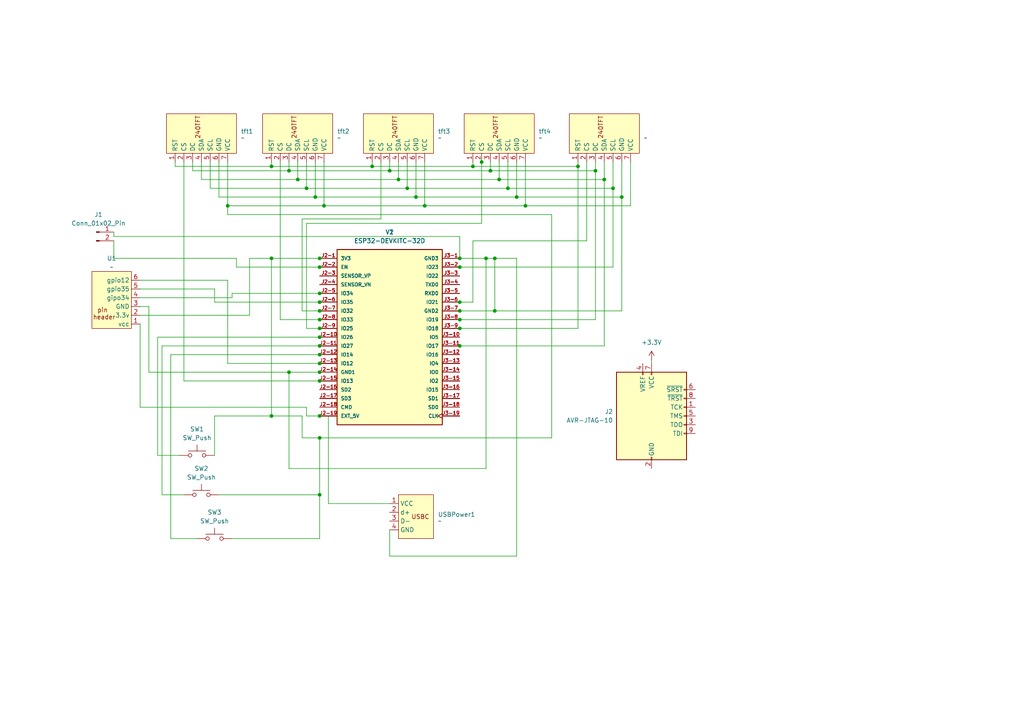
<source format=kicad_sch>
(kicad_sch (version 20231120) (generator "eeschema") (generator_version "8.0")
  (paper "A4")
  (lib_symbols
    (symbol "Connector:AVR-JTAG-10" (pin_names (offset 1.016))
      (property "Reference" "J" (at -8.89 13.97 0))
      (property "Value" "AVR-JTAG-10" (at 1.27 13.97 0))
      (symbol "AVR-JTAG-10_0_1"
        (rectangle (start -2.667 12.7) (end -2.413 11.938))
        (rectangle (start -0.127 -11.938) (end 0.127 -12.7))
        (rectangle (start -0.127 12.7) (end 0.127 11.938))
        (rectangle (start 10.16 -4.953) (end 9.398 -5.207))
        (rectangle (start 10.16 -2.413) (end 9.398 -2.667))
        (rectangle (start 10.16 0.127) (end 9.398 -0.127))
        (rectangle (start 10.16 2.667) (end 9.398 2.413))
        (rectangle (start 10.16 5.207) (end 9.398 4.953))
        (rectangle (start 10.16 7.747) (end 9.398 7.493))
        (rectangle (start 10.16 12.7) (end -10.16 -12.7) (stroke (width 0.254)) (fill (type background)))
      )
      (symbol "AVR-JTAG-10_1_1"
        (pin passive line (at 12.7 2.54 180) (length 2.54) (name "TCK") (number "1"))
        (pin passive line (at 0 -15.24 90) (length 2.54) hide (name "GND") (number "10"))
        (pin passive line (at 0 -15.24 90) (length 2.54) (name "GND") (number "2"))
        (pin passive line (at 12.7 -2.54 180) (length 2.54) (name "TDO") (number "3"))
        (pin passive line (at -2.54 15.24 270) (length 2.54) (name "VREF") (number "4"))
        (pin passive line (at 12.7 0 180) (length 2.54) (name "TMS") (number "5"))
        (pin passive line (at 12.7 7.62 180) (length 2.54) (name "~{SRST}") (number "6"))
        (pin passive line (at 0 15.24 270) (length 2.54) (name "VCC") (number "7"))
        (pin passive line (at 12.7 5.08 180) (length 2.54) (name "~{TRST}") (number "8"))
        (pin passive line (at 12.7 -5.08 180) (length 2.54) (name "TDI") (number "9"))
      )
    )
    (symbol "Connector:Conn_01x02_Pin" (pin_names (offset 1.016) hide)
      (property "Reference" "J" (at 0 2.54 0))
      (property "Value" "Conn_01x02_Pin" (at 0 -5.08 0))
      (symbol "Conn_01x02_Pin_1_1"
        (polyline (pts (xy 1.27 -2.54) (xy 0.8636 -2.54)) (stroke (width 0.1524)))
        (polyline (pts (xy 1.27 0) (xy 0.8636 0)) (stroke (width 0.1524)))
        (rectangle (start 0.8636 -2.413) (end 0 -2.667) (stroke (width 0.1524)) (fill (type outline)))
        (rectangle (start 0.8636 0.127) (end 0 -0.127) (stroke (width 0.1524)) (fill (type outline)))
        (pin passive line (at 5.08 0 180) (length 3.81) (name "Pin_1") (number "1"))
        (pin passive line (at 5.08 -2.54 180) (length 3.81) (name "Pin_2") (number "2"))
      )
    )
    (symbol "Custom Symbol Lib Orbs:240x240_TFT"
      (property "Reference" "240tft" (at 0 0 0))
      (symbol "240x240_TFT_1_1"
        (rectangle (start 2.54 0) (end 13.97 -20.32) (fill (type background)))
        (text "240TFT\n" (at 10.16 -9.144 0) (effects (font (size 1.27 1.27))))
        (pin bidirectional line (at 0 -2.54 0) (length 2.54) (name "RST") (number "1"))
        (pin bidirectional line (at 0 -5.08 0) (length 2.54) (name "CS") (number "2"))
        (pin bidirectional line (at 0 -7.62 0) (length 2.54) (name "DC") (number "3"))
        (pin bidirectional line (at 0 -10.16 0) (length 2.54) (name "SDA") (number "4"))
        (pin bidirectional line (at 0 -12.7 0) (length 2.54) (name "SCL") (number "5"))
        (pin power_in line (at 0 -15.24 0) (length 2.54) (name "GND") (number "6"))
        (pin power_in line (at 0 -17.78 0) (length 2.54) (name "VCC") (number "7"))
      )
    )
    (symbol "Custom Symbol Lib Orbs:GPIO Breakout"
      (property "Reference" "U" (at 0 0 0))
      (symbol "GPIO Breakout_1_1"
        (rectangle (start 2.54 2.54) (end 13.97 -13.97) (fill (type background)))
        (text "pin \nheader\n" (at 10.414 -1.778 0) (effects (font (size 1.27 1.27))))
        (pin power_in line (at 0 1.27 0) (length 2.54) (name "vcc") (number "1"))
        (pin power_in line (at 0 -1.27 0) (length 2.54) (name "3.3v") (number "2"))
        (pin power_in line (at 0 -3.81 0) (length 2.54) (name "GND") (number "3"))
        (pin bidirectional line (at 0 -6.35 0) (length 2.54) (name "gipo34") (number "4"))
        (pin bidirectional line (at 0 -8.89 0) (length 2.54) (name "gpio35") (number "5"))
        (pin bidirectional line (at 0 -11.43 0) (length 2.54) (name "gpio12") (number "6"))
      )
    )
    (symbol "Custom Symbol Lib Orbs:USB_BreadBoard"
      (property "Reference" "USBPower" (at 0 0 0))
      (symbol "USB_BreadBoard_1_1"
        (rectangle (start 1.27 -1.27) (end 11.43 -13.97) (fill (type background)))
        (text "USBC" (at 7.62 -7.62 0) (effects (font (size 1.27 1.27))))
        (pin power_in line (at -1.27 -3.81 0) (length 2.54) (name "VCC") (number "1"))
        (pin bidirectional line (at -1.27 -6.35 0) (length 2.54) (name "d+") (number "2"))
        (pin bidirectional line (at -1.27 -8.89 0) (length 2.54) (name "D-") (number "3"))
        (pin power_in line (at -1.27 -11.43 0) (length 2.54) (name "GND") (number "4"))
      )
    )
    (symbol "ESP32-DEVKITC-32D:ESP32-DEVKITC-32D" (pin_names (offset 1.016))
      (property "Reference" "38pin ESP 32 Dev Board" (at -15.2572 26.0643 0))
      (property "Value" "ESP32-DEVKITC-32D" (at -15.2563 -27.9698 0))
      (symbol "ESP32-DEVKITC-32D_0_0"
        (rectangle (start -15.24 -25.4) (end 15.24 25.4) (stroke (width 0.254)) (fill (type background)))
        (pin power_in line (at -20.32 22.86 0) (length 5.08) (name "3V3") (number "J2-1"))
        (pin bidirectional line (at -20.32 0 0) (length 5.08) (name "IO26") (number "J2-10"))
        (pin bidirectional line (at -20.32 -2.54 0) (length 5.08) (name "IO27") (number "J2-11"))
        (pin bidirectional line (at -20.32 -5.08 0) (length 5.08) (name "IO14") (number "J2-12"))
        (pin bidirectional line (at -20.32 -7.62 0) (length 5.08) (name "IO12") (number "J2-13"))
        (pin power_in line (at -20.32 -10.16 0) (length 5.08) (name "GND1") (number "J2-14"))
        (pin bidirectional line (at -20.32 -12.7 0) (length 5.08) (name "IO13") (number "J2-15"))
        (pin bidirectional line (at -20.32 -15.24 0) (length 5.08) (name "SD2") (number "J2-16"))
        (pin bidirectional line (at -20.32 -17.78 0) (length 5.08) (name "SD3") (number "J2-17"))
        (pin bidirectional line (at -20.32 -20.32 0) (length 5.08) (name "CMD") (number "J2-18"))
        (pin power_in line (at -20.32 -22.86 0) (length 5.08) (name "EXT_5V") (number "J2-19"))
        (pin input line (at -20.32 20.32 0) (length 5.08) (name "EN") (number "J2-2"))
        (pin input line (at -20.32 17.78 0) (length 5.08) (name "SENSOR_VP") (number "J2-3"))
        (pin input line (at -20.32 15.24 0) (length 5.08) (name "SENSOR_VN") (number "J2-4"))
        (pin bidirectional line (at -20.32 12.7 0) (length 5.08) (name "IO34") (number "J2-5"))
        (pin bidirectional line (at -20.32 10.16 0) (length 5.08) (name "IO35") (number "J2-6"))
        (pin bidirectional line (at -20.32 7.62 0) (length 5.08) (name "IO32") (number "J2-7"))
        (pin bidirectional line (at -20.32 5.08 0) (length 5.08) (name "IO33") (number "J2-8"))
        (pin bidirectional line (at -20.32 2.54 0) (length 5.08) (name "IO25") (number "J2-9"))
        (pin power_in line (at 20.32 22.86 180) (length 5.08) (name "GND3") (number "J3-1"))
        (pin bidirectional line (at 20.32 0 180) (length 5.08) (name "IO5") (number "J3-10"))
        (pin bidirectional line (at 20.32 -2.54 180) (length 5.08) (name "IO17") (number "J3-11"))
        (pin bidirectional line (at 20.32 -5.08 180) (length 5.08) (name "IO16") (number "J3-12"))
        (pin bidirectional line (at 20.32 -7.62 180) (length 5.08) (name "IO4") (number "J3-13"))
        (pin bidirectional line (at 20.32 -10.16 180) (length 5.08) (name "IO0") (number "J3-14"))
        (pin bidirectional line (at 20.32 -12.7 180) (length 5.08) (name "IO2") (number "J3-15"))
        (pin bidirectional line (at 20.32 -15.24 180) (length 5.08) (name "IO15") (number "J3-16"))
        (pin bidirectional line (at 20.32 -17.78 180) (length 5.08) (name "SD1") (number "J3-17"))
        (pin bidirectional line (at 20.32 -20.32 180) (length 5.08) (name "SD0") (number "J3-18"))
        (pin input clock (at 20.32 -22.86 180) (length 5.08) (name "CLK") (number "J3-19"))
        (pin bidirectional line (at 20.32 20.32 180) (length 5.08) (name "IO23") (number "J3-2"))
        (pin bidirectional line (at 20.32 17.78 180) (length 5.08) (name "IO22") (number "J3-3"))
        (pin output line (at 20.32 15.24 180) (length 5.08) (name "TXD0") (number "J3-4"))
        (pin input line (at 20.32 12.7 180) (length 5.08) (name "RXD0") (number "J3-5"))
        (pin bidirectional line (at 20.32 10.16 180) (length 5.08) (name "IO21") (number "J3-6"))
        (pin power_in line (at 20.32 7.62 180) (length 5.08) (name "GND2") (number "J3-7"))
        (pin bidirectional line (at 20.32 5.08 180) (length 5.08) (name "IO19") (number "J3-8"))
        (pin bidirectional line (at 20.32 2.54 180) (length 5.08) (name "IO18") (number "J3-9"))
      )
    )
    (symbol "Switch:SW_Push" (pin_numbers hide) (pin_names (offset 1.016) hide)
      (property "Reference" "SW" (at 1.27 2.54 0))
      (property "Value" "SW_Push" (at 0 -1.524 0))
      (symbol "SW_Push_0_1"
        (circle (center -2.032 0) (radius 0.508))
        (polyline (pts (xy 0 1.27) (xy 0 3.048)))
        (polyline (pts (xy 2.54 1.27) (xy -2.54 1.27)))
        (circle (center 2.032 0) (radius 0.508))
        (pin passive line (at -5.08 0 0) (length 2.54) (name "1") (number "1"))
        (pin passive line (at 5.08 0 180) (length 2.54) (name "2") (number "2"))
      )
    )
    (symbol "power:+3.3V" (power) (pin_numbers hide) (pin_names (offset 0) hide)
      (property "Value" "+3.3V" (at 0 3.556 0))
      (symbol "+3.3V_0_1"
        (polyline (pts (xy -0.762 1.27) (xy 0 2.54)))
        (polyline (pts (xy 0 0) (xy 0 2.54)))
        (polyline (pts (xy 0 2.54) (xy 0.762 1.27)))
      )
      (symbol "+3.3V_1_1"
        (pin power_in line (at 0 0 90) (length 0) (name "~") (number "1"))
      )
    )
  )
  (junction (at 92.71 85.09))
  (junction (at 92.71 120.65))
  (junction (at 78.74 48.26))
  (junction (at 83.82 107.95))
  (junction (at 143.51 74.93))
  (junction (at 120.65 57.15))
  (junction (at 115.57 52.07))
  (junction (at 93.98 59.69))
  (junction (at 92.71 95.25))
  (junction (at 91.44 57.15))
  (junction (at 123.19 59.69))
  (junction (at 133.35 77.47))
  (junction (at 66.04 59.69))
  (junction (at 167.64 48.26))
  (junction (at 175.26 52.07))
  (junction (at 133.35 87.63))
  (junction (at 92.71 90.17))
  (junction (at 88.9 54.61))
  (junction (at 92.71 87.63))
  (junction (at 92.71 97.79))
  (junction (at 149.86 57.15))
  (junction (at 92.71 107.95))
  (junction (at 137.16 48.26))
  (junction (at 92.71 74.93))
  (junction (at 78.74 120.65))
  (junction (at 147.32 54.61))
  (junction (at 92.71 105.41))
  (junction (at 133.35 92.71))
  (junction (at 92.71 102.87))
  (junction (at 92.71 127))
  (junction (at 78.74 74.93))
  (junction (at 139.7 46.99))
  (junction (at 133.35 100.33))
  (junction (at 92.71 143.51))
  (junction (at 92.71 110.49))
  (junction (at 92.71 100.33))
  (junction (at 152.4 59.69))
  (junction (at 133.35 74.93))
  (junction (at 107.95 48.26))
  (junction (at 144.78 52.07))
  (junction (at 180.34 57.15))
  (junction (at 92.71 92.71))
  (junction (at 133.35 90.17))
  (junction (at 86.36 52.07))
  (junction (at 172.72 49.53))
  (junction (at 118.11 54.61))
  (junction (at 143.51 90.17))
  (junction (at 177.8 54.61))
  (junction (at 113.03 49.53))
  (junction (at 83.82 49.53))
  (junction (at 142.24 49.53))
  (junction (at 133.35 95.25))
  (junction (at 92.71 77.47))
  (junction (at 140.97 74.93))
  (wire (pts (xy 40.64 91.44) (xy 72.39 91.44)))
  (wire (pts (xy 118.11 54.61) (xy 88.9 54.61)))
  (wire (pts (xy 113.03 153.67) (xy 113.03 161.29)))
  (wire (pts (xy 175.26 52.07) (xy 144.78 52.07)))
  (wire (pts (xy 92.71 90.17) (xy 87.63 90.17)))
  (wire (pts (xy 33.02 68.58) (xy 33.02 67.31)))
  (wire (pts (xy 40.64 88.9) (xy 43.18 88.9)))
  (wire (pts (xy 87.63 63.5) (xy 110.49 63.5)))
  (wire (pts (xy 177.8 54.61) (xy 147.32 54.61)))
  (wire (pts (xy 67.31 156.21) (xy 92.71 156.21)))
  (wire (pts (xy 152.4 46.99) (xy 152.4 59.69)))
  (wire (pts (xy 147.32 54.61) (xy 147.32 46.99)))
  (wire (pts (xy 140.97 135.89) (xy 140.97 74.93)))
  (wire (pts (xy 43.18 88.9) (xy 43.18 107.95)))
  (wire (pts (xy 115.57 52.07) (xy 86.36 52.07)))
  (wire (pts (xy 92.71 110.49) (xy 53.34 110.49)))
  (wire (pts (xy 172.72 49.53) (xy 172.72 46.99)))
  (wire (pts (xy 123.19 59.69) (xy 123.19 46.99)))
  (wire (pts (xy 143.51 90.17) (xy 180.34 90.17)))
  (wire (pts (xy 78.74 48.26) (xy 50.8 48.26)))
  (wire (pts (xy 144.78 52.07) (xy 144.78 46.99)))
  (wire (pts (xy 62.23 120.65) (xy 78.74 120.65)))
  (wire (pts (xy 137.16 48.26) (xy 137.16 46.99)))
  (wire (pts (xy 40.64 81.28) (xy 66.04 81.28)))
  (wire (pts (xy 66.04 81.28) (xy 66.04 105.41)))
  (wire (pts (xy 118.11 54.61) (xy 118.11 46.99)))
  (wire (pts (xy 133.35 92.71) (xy 172.72 92.71)))
  (wire (pts (xy 149.86 57.15) (xy 120.65 57.15)))
  (wire (pts (xy 143.51 74.93) (xy 143.51 90.17)))
  (wire (pts (xy 83.82 49.53) (xy 83.82 46.99)))
  (wire (pts (xy 67.31 85.09) (xy 92.71 85.09)))
  (wire (pts (xy 152.4 59.69) (xy 182.88 59.69)))
  (wire (pts (xy 52.07 132.08) (xy 45.72 132.08)))
  (wire (pts (xy 95.25 120.65) (xy 95.25 146.05)))
  (wire (pts (xy 43.18 107.95) (xy 83.82 107.95)))
  (wire (pts (xy 88.9 64.77) (xy 88.9 95.25)))
  (wire (pts (xy 78.74 46.99) (xy 78.74 48.26)))
  (wire (pts (xy 144.78 52.07) (xy 115.57 52.07)))
  (wire (pts (xy 72.39 91.44) (xy 72.39 74.93)))
  (wire (pts (xy 67.31 86.36) (xy 67.31 85.09)))
  (wire (pts (xy 160.02 62.23) (xy 160.02 127)))
  (wire (pts (xy 149.86 57.15) (xy 149.86 46.99)))
  (wire (pts (xy 180.34 90.17) (xy 180.34 57.15)))
  (wire (pts (xy 63.5 143.51) (xy 92.71 143.51)))
  (wire (pts (xy 78.74 120.65) (xy 87.63 120.65)))
  (wire (pts (xy 58.42 52.07) (xy 58.42 46.99)))
  (wire (pts (xy 167.64 48.26) (xy 167.64 46.99)))
  (wire (pts (xy 92.71 156.21) (xy 92.71 143.51)))
  (wire (pts (xy 177.8 77.47) (xy 177.8 54.61)))
  (wire (pts (xy 120.65 57.15) (xy 91.44 57.15)))
  (wire (pts (xy 147.32 54.61) (xy 118.11 54.61)))
  (wire (pts (xy 53.34 143.51) (xy 46.99 143.51)))
  (wire (pts (xy 83.82 49.53) (xy 55.88 49.53)))
  (wire (pts (xy 139.7 46.99) (xy 139.7 64.77)))
  (wire (pts (xy 45.72 97.79) (xy 92.71 97.79)))
  (wire (pts (xy 46.99 143.51) (xy 46.99 100.33)))
  (wire (pts (xy 45.72 132.08) (xy 45.72 97.79)))
  (wire (pts (xy 83.82 107.95) (xy 83.82 135.89)))
  (wire (pts (xy 133.35 77.47) (xy 177.8 77.47)))
  (wire (pts (xy 40.64 93.98) (xy 40.64 118.11)))
  (wire (pts (xy 88.9 120.65) (xy 92.71 120.65)))
  (wire (pts (xy 72.39 74.93) (xy 78.74 74.93)))
  (wire (pts (xy 88.9 118.11) (xy 88.9 120.65)))
  (wire (pts (xy 93.98 59.69) (xy 123.19 59.69)))
  (wire (pts (xy 170.18 69.85) (xy 137.16 69.85)))
  (wire (pts (xy 68.58 77.47) (xy 92.71 77.47)))
  (wire (pts (xy 95.25 146.05) (xy 113.03 146.05)))
  (wire (pts (xy 167.64 95.25) (xy 167.64 48.26)))
  (wire (pts (xy 40.64 83.82) (xy 62.23 83.82)))
  (wire (pts (xy 40.64 86.36) (xy 67.31 86.36)))
  (wire (pts (xy 87.63 127) (xy 92.71 127)))
  (wire (pts (xy 92.71 120.65) (xy 95.25 120.65)))
  (wire (pts (xy 172.72 49.53) (xy 142.24 49.53)))
  (wire (pts (xy 139.7 45.72) (xy 139.7 46.99)))
  (wire (pts (xy 115.57 52.07) (xy 115.57 46.99)))
  (wire (pts (xy 87.63 127) (xy 87.63 120.65)))
  (wire (pts (xy 66.04 62.23) (xy 160.02 62.23)))
  (wire (pts (xy 137.16 69.85) (xy 137.16 87.63)))
  (wire (pts (xy 113.03 49.53) (xy 113.03 46.99)))
  (wire (pts (xy 142.24 49.53) (xy 142.24 46.99)))
  (wire (pts (xy 83.82 107.95) (xy 92.71 107.95)))
  (wire (pts (xy 133.35 100.33) (xy 175.26 100.33)))
  (wire (pts (xy 120.65 57.15) (xy 120.65 46.99)))
  (wire (pts (xy 78.74 120.65) (xy 78.74 74.93)))
  (wire (pts (xy 175.26 100.33) (xy 175.26 52.07)))
  (wire (pts (xy 140.97 74.93) (xy 143.51 74.93)))
  (wire (pts (xy 66.04 59.69) (xy 66.04 62.23)))
  (wire (pts (xy 55.88 49.53) (xy 55.88 46.99)))
  (wire (pts (xy 88.9 95.25) (xy 92.71 95.25)))
  (wire (pts (xy 172.72 92.71) (xy 172.72 49.53)))
  (wire (pts (xy 33.02 69.85) (xy 33.02 74.93)))
  (wire (pts (xy 133.35 74.93) (xy 140.97 74.93)))
  (wire (pts (xy 40.64 118.11) (xy 88.9 118.11)))
  (wire (pts (xy 57.15 156.21) (xy 49.53 156.21)))
  (wire (pts (xy 63.5 57.15) (xy 63.5 46.99)))
  (wire (pts (xy 91.44 57.15) (xy 91.44 46.99)))
  (wire (pts (xy 182.88 59.69) (xy 182.88 46.99)))
  (wire (pts (xy 66.04 59.69) (xy 93.98 59.69)))
  (wire (pts (xy 50.8 46.99) (xy 50.8 48.26)))
  (wire (pts (xy 133.35 95.25) (xy 167.64 95.25)))
  (wire (pts (xy 87.63 90.17) (xy 87.63 63.5)))
  (wire (pts (xy 152.4 59.69) (xy 123.19 59.69)))
  (wire (pts (xy 62.23 120.65) (xy 62.23 132.08)))
  (wire (pts (xy 91.44 57.15) (xy 63.5 57.15)))
  (wire (pts (xy 149.86 161.29) (xy 149.86 74.93)))
  (wire (pts (xy 60.96 54.61) (xy 60.96 46.99)))
  (wire (pts (xy 46.99 100.33) (xy 92.71 100.33)))
  (wire (pts (xy 139.7 64.77) (xy 88.9 64.77)))
  (wire (pts (xy 66.04 46.99) (xy 66.04 59.69)))
  (wire (pts (xy 170.18 46.99) (xy 170.18 69.85)))
  (wire (pts (xy 142.24 49.53) (xy 113.03 49.53)))
  (wire (pts (xy 167.64 48.26) (xy 137.16 48.26)))
  (wire (pts (xy 33.02 74.93) (xy 68.58 74.93)))
  (wire (pts (xy 113.03 161.29) (xy 149.86 161.29)))
  (wire (pts (xy 137.16 48.26) (xy 107.95 48.26)))
  (wire (pts (xy 86.36 52.07) (xy 58.42 52.07)))
  (wire (pts (xy 49.53 156.21) (xy 49.53 102.87)))
  (wire (pts (xy 180.34 57.15) (xy 149.86 57.15)))
  (wire (pts (xy 110.49 63.5) (xy 110.49 46.99)))
  (wire (pts (xy 188.976 104.394) (xy 188.976 105.41)))
  (wire (pts (xy 81.28 92.71) (xy 81.28 46.99)))
  (wire (pts (xy 88.9 54.61) (xy 88.9 46.99)))
  (wire (pts (xy 49.53 102.87) (xy 92.71 102.87)))
  (wire (pts (xy 133.35 68.58) (xy 33.02 68.58)))
  (wire (pts (xy 175.26 52.07) (xy 175.26 46.99)))
  (wire (pts (xy 62.23 83.82) (xy 62.23 87.63)))
  (wire (pts (xy 113.03 49.53) (xy 83.82 49.53)))
  (wire (pts (xy 133.35 90.17) (xy 143.51 90.17)))
  (wire (pts (xy 88.9 54.61) (xy 60.96 54.61)))
  (wire (pts (xy 92.71 143.51) (xy 92.71 127)))
  (wire (pts (xy 53.34 110.49) (xy 53.34 46.99)))
  (wire (pts (xy 66.04 105.41) (xy 92.71 105.41)))
  (wire (pts (xy 143.51 74.93) (xy 149.86 74.93)))
  (wire (pts (xy 92.71 127) (xy 160.02 127)))
  (wire (pts (xy 93.98 59.69) (xy 93.98 46.99)))
  (wire (pts (xy 107.95 48.26) (xy 107.95 46.99)))
  (wire (pts (xy 83.82 135.89) (xy 140.97 135.89)))
  (wire (pts (xy 78.74 74.93) (xy 92.71 74.93)))
  (wire (pts (xy 86.36 52.07) (xy 86.36 46.99)))
  (wire (pts (xy 133.35 74.93) (xy 133.35 68.58)))
  (wire (pts (xy 137.16 87.63) (xy 133.35 87.63)))
  (wire (pts (xy 62.23 87.63) (xy 92.71 87.63)))
  (wire (pts (xy 68.58 74.93) (xy 68.58 77.47)))
  (wire (pts (xy 177.8 54.61) (xy 177.8 46.99)))
  (wire (pts (xy 107.95 48.26) (xy 78.74 48.26)))
  (wire (pts (xy 180.34 57.15) (xy 180.34 46.99)))
  (wire (pts (xy 92.71 92.71) (xy 81.28 92.71)))
  (symbol (lib_id "Custom Symbol Lib Orbs:240x240_TFT") (at 165.1 46.99 90) (unit 1)
    (property "Reference" "tft5" (effects (hide yes)))
    (property "Value" "~" (at 186.69 40.005 90) (effects (justify right)))
    (property "Footprint" "Connector_PinHeader_2.54mm:PinHeader_1x07_P2.54mm_Vertical" (effects (hide yes)))
  )
  (symbol (lib_id "Custom Symbol Lib Orbs:240x240_TFT") (at 105.41 46.99 90) (unit 1)
    (property "Reference" "tft3" (at 127 38.0999 90) (effects (justify right)))
    (property "Value" "~" (at 127 40.005 90) (effects (justify right)))
    (property "Footprint" "Connector_PinHeader_2.54mm:PinHeader_1x07_P2.54mm_Vertical" (effects (hide yes)))
  )
  (symbol (lib_id "ESP32-DEVKITC-32D:ESP32-DEVKITC-32D") (at 113.03 97.79 0) (unit 1)
    (property "Reference" "V2" (at 113.03 67.31 0))
    (property "Value" "ESP32-DEVKITC-32D" (at 113.03 69.85 0))
    (property "Footprint" "A Local Libs:38 Pin Board thin" (effects (hide yes)))
    (property "MF" "Espressif Systems" (effects (hide yes)))
    (property "MAXIMUM_PACKAGE_HEIGHT" "N/A" (effects (hide yes)))
    (property "Package" "None" (effects (hide yes)))
    (property "Price" "None" (effects (hide yes)))
    (property "Check_prices" "https://www.snapeda.com/parts/ESP32-DEVKITC-32D/Espressif+Systems/view-part/?ref=eda" (effects (hide yes)))
    (property "STANDARD" "Manufacturer Recommendations" (effects (hide yes)))
    (property "PARTREV" "V4" (effects (hide yes)))
    (property "SnapEDA_Link" "https://www.snapeda.com/parts/ESP32-DEVKITC-32D/Espressif+Systems/view-part/?ref=snap" (effects (hide yes)))
    (property "MP" "ESP32-DEVKITC-32D" (effects (hide yes)))
    (property "Description_1" "\nWiFi Development Tools (802.11) ESP32 General Development Kit, ESP32-WROOM-32D on the board\n" (effects (hide yes)))
    (property "MANUFACTURER" "Espressif Systems" (effects (hide yes)))
    (property "Availability" "In Stock" (effects (hide yes)))
    (property "SNAPEDA_PN" "ESP32-DEVKITC-32D" (effects (hide yes)))
  )
  (symbol (lib_id "Connector:Conn_01x02_Pin") (at 27.94 67.31 0) (unit 1)
    (property "Reference" "J1" (at 28.575 62.23 0))
    (property "Value" "Conn_01x02_Pin" (at 28.575 64.77 0))
    (property "Footprint" "Connector_PinHeader_2.54mm:PinHeader_1x02_P2.54mm_Vertical" (effects (hide yes)))
    (property "Description" "Generic connector, single row, 01x02, script generated" (effects (hide yes)))
  )
  (symbol (lib_id "Custom Symbol Lib Orbs:GPIO Breakout") (at 40.64 92.71 180) (unit 1)
    (property "Reference" "U1" (at 32.385 74.93 0))
    (property "Value" "~" (at 32.385 77.47 0))
    (property "Footprint" "Connector_PinHeader_2.54mm:PinHeader_1x06_P2.54mm_Vertical" (effects (hide yes)))
  )
  (symbol (lib_id "Custom Symbol Lib Orbs:USB_BreadBoard") (at 114.3 142.24 0) (unit 1)
    (property "Reference" "USBPower1" (at 127 149.2249 0) (effects (justify left)))
    (property "Value" "~" (at 127 151.13 0) (effects (justify left)))
    (property "Footprint" "Connector_PinHeader_2.54mm:PinHeader_1x04_P2.54mm_Vertical" (effects (hide yes)))
  )
  (symbol (lib_id "power:+3.3V") (at 188.976 104.394 0) (unit 1)
    (property "Reference" "#PWR01" (effects (hide yes)))
    (property "Value" "+3.3V" (at 188.976 99.314 0))
    (property "Description" "Power symbol creates a global label with name \"+3.3V\"" (effects (hide yes)))
  )
  (symbol (lib_id "Custom Symbol Lib Orbs:240x240_TFT") (at 134.62 46.99 90) (unit 1)
    (property "Reference" "tft4" (at 156.21 38.0999 90) (effects (justify right)))
    (property "Value" "~" (at 156.21 40.005 90) (effects (justify right)))
    (property "Footprint" "Connector_PinHeader_2.54mm:PinHeader_1x07_P2.54mm_Vertical" (effects (hide yes)))
  )
  (symbol (lib_id "Switch:SW_Push") (at 57.15 132.08 0) (unit 1)
    (property "Reference" "SW1" (at 57.15 124.46 0))
    (property "Value" "SW_Push" (at 57.15 127 0))
    (property "Footprint" "Button_Switch_THT:SW_PUSH_6mm_H5mm" (effects (hide yes)))
    (property "Description" "Push button switch, generic, two pins" (effects (hide yes)))
  )
  (symbol (lib_id "ESP32-DEVKITC-32D:ESP32-DEVKITC-32D") (at 113.03 97.79 0) (unit 1)
    (property "Reference" "V1" (at 113.03 67.31 0))
    (property "Value" "ESP32-DEVKITC-32D" (at 113.03 69.85 0))
    (property "Footprint" "New folder:38 Pin Board" (effects (hide yes)))
    (property "MF" "Espressif Systems" (effects (hide yes)))
    (property "MAXIMUM_PACKAGE_HEIGHT" "N/A" (effects (hide yes)))
    (property "Package" "None" (effects (hide yes)))
    (property "Price" "None" (effects (hide yes)))
    (property "Check_prices" "https://www.snapeda.com/parts/ESP32-DEVKITC-32D/Espressif+Systems/view-part/?ref=eda" (effects (hide yes)))
    (property "STANDARD" "Manufacturer Recommendations" (effects (hide yes)))
    (property "PARTREV" "V4" (effects (hide yes)))
    (property "SnapEDA_Link" "https://www.snapeda.com/parts/ESP32-DEVKITC-32D/Espressif+Systems/view-part/?ref=snap" (effects (hide yes)))
    (property "MP" "ESP32-DEVKITC-32D" (effects (hide yes)))
    (property "Description_1" "\nWiFi Development Tools (802.11) ESP32 General Development Kit, ESP32-WROOM-32D on the board\n" (effects (hide yes)))
    (property "MANUFACTURER" "Espressif Systems" (effects (hide yes)))
    (property "Availability" "In Stock" (effects (hide yes)))
    (property "SNAPEDA_PN" "ESP32-DEVKITC-32D" (effects (hide yes)))
  )
  (symbol (lib_id "Custom Symbol Lib Orbs:240x240_TFT") (at 48.26 46.99 90) (unit 1)
    (property "Reference" "tft1" (at 69.85 38.0999 90) (effects (justify right)))
    (property "Value" "~" (at 69.85 40.005 90) (effects (justify right)))
    (property "Footprint" "Connector_PinHeader_2.54mm:PinHeader_1x07_P2.54mm_Vertical" (effects (hide yes)))
  )
  (symbol (lib_id "Custom Symbol Lib Orbs:240x240_TFT") (at 76.2 46.99 90) (unit 1)
    (property "Reference" "tft2" (at 97.79 38.0999 90) (effects (justify right)))
    (property "Value" "~" (at 97.79 40.005 90) (effects (justify right)))
    (property "Footprint" "Connector_PinHeader_2.54mm:PinHeader_1x07_P2.54mm_Vertical" (effects (hide yes)))
  )
  (symbol (lib_id "Connector:AVR-JTAG-10") (at 188.976 120.65 0) (unit 1)
    (property "Reference" "J2" (at 177.8 119.3799 0) (effects (justify right)))
    (property "Value" "AVR-JTAG-10" (at 177.8 121.9199 0) (effects (justify right)))
    (property "Footprint" "Connector_IDC:IDC-Header_2x05_P2.54mm_Vertical" (effects (hide yes)))
    (property "Description" "Atmel 10-pin JTAG connector" (effects (hide yes)))
  )
  (symbol (lib_id "Switch:SW_Push") (at 58.42 143.51 0) (unit 1)
    (property "Reference" "SW2" (at 58.42 135.89 0))
    (property "Value" "SW_Push" (at 58.42 138.43 0))
    (property "Footprint" "Button_Switch_THT:SW_PUSH_6mm_H5mm" (effects (hide yes)))
    (property "Description" "Push button switch, generic, two pins" (effects (hide yes)))
  )
  (symbol (lib_id "Switch:SW_Push") (at 62.23 156.21 0) (unit 1)
    (property "Reference" "SW3" (at 62.23 148.59 0))
    (property "Value" "SW_Push" (at 62.23 151.13 0))
    (property "Footprint" "Button_Switch_THT:SW_PUSH_6mm_H5mm" (effects (hide yes)))
    (property "Description" "Push button switch, generic, two pins" (effects (hide yes)))
  )
)
</source>
